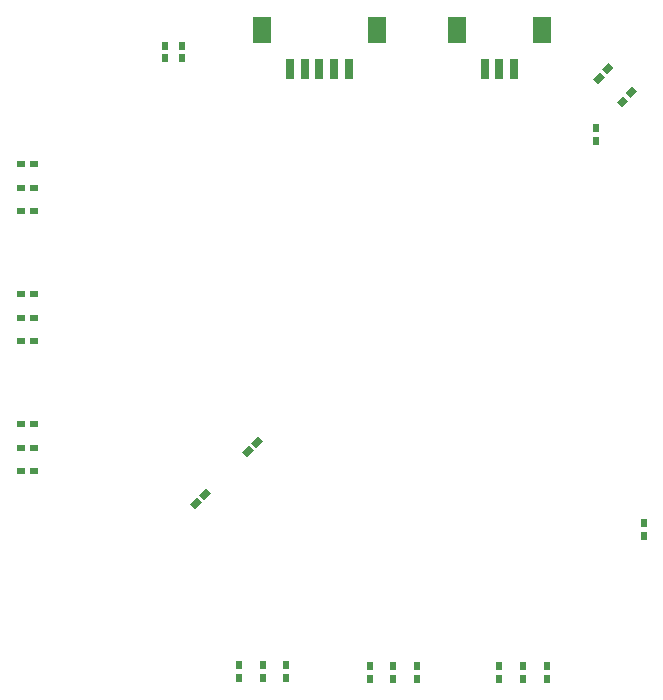
<source format=gbp>
G75*
%MOIN*%
%OFA0B0*%
%FSLAX24Y24*%
%IPPOS*%
%LPD*%
%AMOC8*
5,1,8,0,0,1.08239X$1,22.5*
%
%ADD10R,0.0315X0.0236*%
%ADD11R,0.0236X0.0315*%
%ADD12R,0.0276X0.0709*%
%ADD13R,0.0630X0.0866*%
D10*
G36*
X007129Y006962D02*
X006908Y006741D01*
X006741Y006908D01*
X006962Y007129D01*
X007129Y006962D01*
G37*
G36*
X007435Y007268D02*
X007214Y007047D01*
X007047Y007214D01*
X007268Y007435D01*
X007435Y007268D01*
G37*
G36*
X008473Y008640D02*
X008694Y008861D01*
X008861Y008694D01*
X008640Y008473D01*
X008473Y008640D01*
G37*
G36*
X008780Y008947D02*
X009001Y009168D01*
X009168Y009001D01*
X008947Y008780D01*
X008780Y008947D01*
G37*
X001517Y008781D03*
X001084Y008781D03*
X001084Y007994D03*
X001517Y007994D03*
X001517Y009569D03*
X001084Y009569D03*
X001084Y012324D03*
X001517Y012324D03*
X001517Y013112D03*
X001084Y013112D03*
X001084Y013899D03*
X001517Y013899D03*
X001517Y016655D03*
X001084Y016655D03*
X001084Y017443D03*
X001517Y017443D03*
X001517Y018230D03*
X001084Y018230D03*
G36*
X020166Y021081D02*
X020387Y021302D01*
X020554Y021135D01*
X020333Y020914D01*
X020166Y021081D01*
G37*
G36*
X020472Y021388D02*
X020693Y021609D01*
X020860Y021442D01*
X020639Y021221D01*
X020472Y021388D01*
G37*
G36*
X021260Y020600D02*
X021481Y020821D01*
X021648Y020654D01*
X021427Y020433D01*
X021260Y020600D01*
G37*
G36*
X020954Y020294D02*
X021175Y020515D01*
X021342Y020348D01*
X021121Y020127D01*
X020954Y020294D01*
G37*
D11*
X020277Y019431D03*
X020277Y018998D03*
X021852Y006281D03*
X021852Y005848D03*
X018624Y001517D03*
X018624Y001084D03*
X017836Y001084D03*
X017836Y001517D03*
X017049Y001517D03*
X017049Y001084D03*
X014293Y001084D03*
X014293Y001517D03*
X013506Y001517D03*
X013506Y001084D03*
X012718Y001084D03*
X012718Y001517D03*
X009923Y001545D03*
X009923Y001112D03*
X009167Y001112D03*
X009167Y001545D03*
X008364Y001545D03*
X008364Y001112D03*
X006458Y021754D03*
X006458Y022187D03*
X005907Y022187D03*
X005907Y021754D03*
D12*
X010061Y021419D03*
X010553Y021419D03*
X011045Y021419D03*
X011537Y021419D03*
X012029Y021419D03*
X016557Y021419D03*
X017049Y021419D03*
X017541Y021419D03*
D13*
X018466Y022718D03*
X015631Y022718D03*
X012954Y022718D03*
X009135Y022718D03*
M02*

</source>
